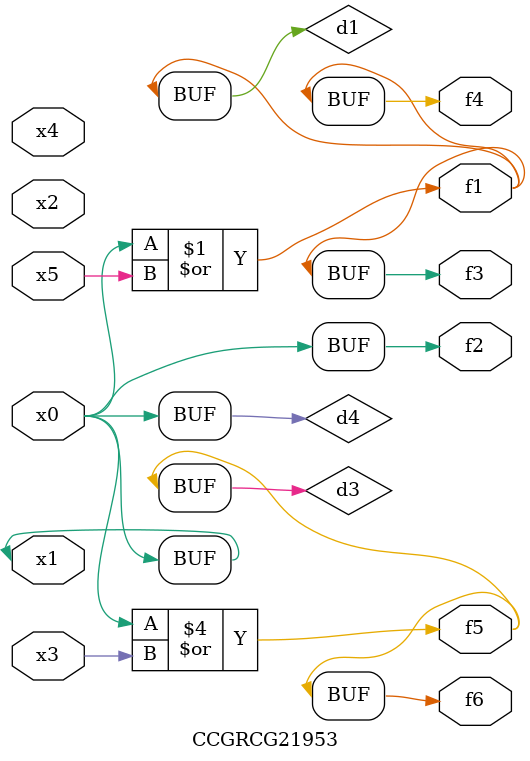
<source format=v>
module CCGRCG21953(
	input x0, x1, x2, x3, x4, x5,
	output f1, f2, f3, f4, f5, f6
);

	wire d1, d2, d3, d4;

	or (d1, x0, x5);
	xnor (d2, x1, x4);
	or (d3, x0, x3);
	buf (d4, x0, x1);
	assign f1 = d1;
	assign f2 = d4;
	assign f3 = d1;
	assign f4 = d1;
	assign f5 = d3;
	assign f6 = d3;
endmodule

</source>
